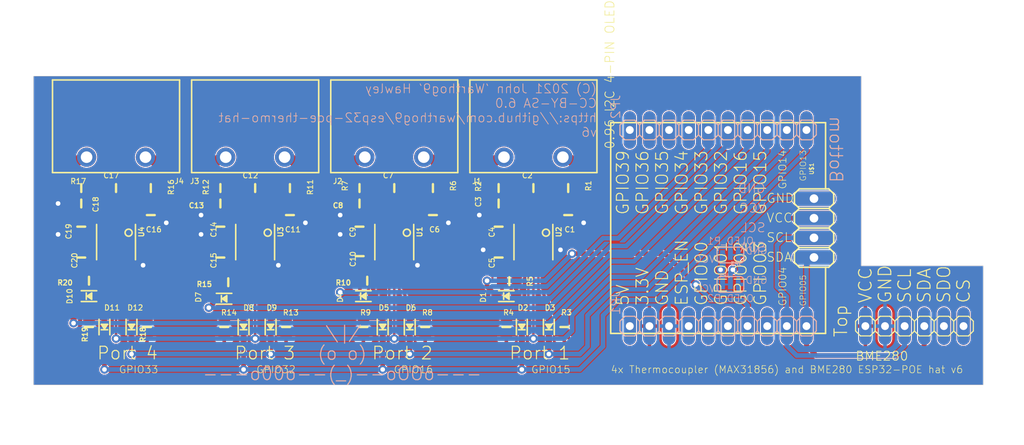
<source format=kicad_pcb>
(kicad_pcb (version 20221018) (generator pcbnew)
  (layers (0 "F.Cu" signal "Front") (31 "B.Cu" signal "Back") (34 "B.Paste" user) (35 "F.Paste" user) (36 "B.SilkS" user "B.Silkscreen") (37 "F.SilkS" user "F.Silkscreen") (38 "B.Mask" user) (39 "F.Mask" user) (44 "Edge.Cuts" user))
  (net 0 "")
  (net 1 "GND")
  (net 2 "CSB")
  (net 3 "SDO")
  (net 4 "GPIO4/SCL")
  (net 5 "GPIO5/SDA")
  (net 6 "GPIO15/MOSI")
  (net 7 "GPIO14/MISO")
  (net 8 "GPIO13/SCK")
  (net 9 "5V")
  (net 10 "ESP_EN")
  (net 11 "GPIO00")
  (net 12 "GPIO01")
  (net 13 "GPIO03")
  (net 14 "GPIO39")
  (net 15 "GPIO36")
  (net 16 "GPIO35")
  (net 17 "GPIO34")
  (net 18 "OLED_P2")
  (net 19 "OLED_P1")
  (net 20 "THERM-4")
  (net 21 "T-4")
  (net 22 "T+4")
  (net 23 "3.3V")
  (net 24 "~{CS_3V}")
  (net 25 "SCK_3V")
  (net 26 "SDO_3V")
  (net 27 "THERM+1")
  (net 28 "~{CS_3V1}")
  (net 29 "SCK_3V1")
  (net 30 "SDO_3V1")
  (net 31 "THERM+2")
  (net 32 "~{CS_3V2}")
  (net 33 "SCK_3V2")
  (net 34 "SDO_3V2")
  (net 35 "THERM+3")
  (net 36 "~{CS_3V3}")
  (net 37 "SCK_3V3")
  (net 38 "SDO_3V3")
  (net 39 "GPIO32/CS3")
  (net 40 "GPIO16/CS4")
  (net 41 "GPIO02/CS1")
  (net 42 "GPIO33/CS2")
  (net 43 "T-1")
  (net 44 "T+1")
  (net 45 "T-2")
  (net 46 "T+2")
  (net 47 "T-3")
  (net 48 "T+3")
  (net 49 "THERM-3")
  (net 50 "THERM-2")
  (net 51 "THERM-1")
  (net 52 "THERM+4")
  (footprint "esp32-poe-thermocouple-hat-prod-onboard:SOD-323" (layer "F.Cu") (at 150.2411 117.5036 90)
    (fp_text reference "D2")
    (fp_text value "1N4148")
  )
  (footprint "esp32-poe-thermocouple-hat-prod-onboard:0805-NO" (layer "F.Cu") (at 93.2411 101.5036 180)
    (fp_text reference "C18")
    (fp_text value "0.01uF")
  )
  (footprint "esp32-poe-thermocouple-hat-prod-onboard:0805-NO" (layer "F.Cu") (at 129.2411 104.5036 -90)
    (fp_text reference "C9")
    (fp_text value "0.1uF")
  )
  (footprint "esp32-poe-thermocouple-hat-prod-onboard:TSSOP14" (layer "F.Cu") (at 115.7411 106.5036 180)
    (fp_text reference "U3")
    (fp_text value "MAX31856")
  )
  (footprint "esp32-poe-thermocouple-hat-prod-onboard:SOD-323" (layer "F.Cu") (at 96.2411 117.5036 90)
    (fp_text reference "D11")
    (fp_text value "1N4148")
  )
  (footprint "esp32-poe-thermocouple-hat-prod-onboard:0805-NO" (layer "F.Cu") (at 148.2411 117.5036 -90)
    (fp_text reference "R4")
    (fp_text value "10K")
  )
  (footprint "esp32-poe-thermocouple-hat-prod-onboard:0805-NO" (layer "F.Cu") (at 111.2411 108.5036 90)
    (fp_text reference "C15")
    (fp_text value "0.1uF")
  )
  (footprint "esp32-poe-thermocouple-hat-prod-onboard:0805-NO" (layer "F.Cu") (at 156.2411 99.5036 180)
    (fp_text reference "R1")
    (fp_text value "100")
  )
  (footprint "esp32-poe-thermocouple-hat-prod-onboard:0805-NO" (layer "F.Cu") (at 111.2411 99.5036)
    (fp_text reference "R12")
    (fp_text value "100")
  )
  (footprint "esp32-poe-thermocouple-hat-prod-onboard:TSSOP14" (layer "F.Cu") (at 97.7411 106.5036 180)
    (fp_text reference "U4")
    (fp_text value "MAX31856")
  )
  (footprint "esp32-poe-thermocouple-hat-prod-onboard:0805-NO" (layer "F.Cu") (at 93.2411 108.5036 90)
    (fp_text reference "C20")
    (fp_text value "0.1uF")
  )
  (footprint "esp32-poe-thermocouple-hat-prod-onboard:SOD-323" (layer "F.Cu") (at 114.2411 117.5036 90)
    (fp_text reference "D8")
    (fp_text value "1N4148")
  )
  (footprint "esp32-poe-thermocouple-hat-prod-onboard:0805-NO" (layer "F.Cu") (at 112.2611 111.7036 180)
    (fp_text reference "R15")
    (fp_text value "10K")
  )
  (footprint "esp32-poe-thermocouple-hat-prod-onboard:0805-NO" (layer "F.Cu") (at 147.2411 104.5036 -90)
    (fp_text reference "C4")
    (fp_text value "0.1uF")
  )
  (footprint "esp32-poe-thermocouple-hat-prod-onboard:OLED-I2C-4PIN-NOHOLES" (layer "F.Cu") (at 175.6411 104.6836 -90)
    (fp_text reference "U$1")
    (fp_text value "OLED-0.96-VCCGND-REVNOHOLES" hide)
  )
  (footprint "esp32-poe-thermocouple-hat-prod-onboard:0805-NO" (layer "F.Cu") (at 147.2411 108.5036 90)
    (fp_text reference "C5")
    (fp_text value "0.1uF")
  )
  (footprint "esp32-poe-thermocouple-hat-prod-onboard:0805-NO" (layer "F.Cu") (at 93.2411 104.5036 -90)
    (fp_text reference "C19")
    (fp_text value "0.1uF")
  )
  (footprint "esp32-poe-thermocouple-hat-prod-onboard:0805-NO" (layer "F.Cu") (at 129.7411 117.5036 -90)
    (fp_text reference "R9")
    (fp_text value "10K")
  )
  (footprint "esp32-poe-thermocouple-hat-prod-onboard:0805_10MGAP" (layer "F.Cu") (at 102.2411 103.0036 90)
    (fp_text reference "C16")
    (fp_text value "0.01uF")
  )
  (footprint "esp32-poe-thermocouple-hat-prod-onboard:0805-NO" (layer "F.Cu") (at 97.7411 99.5036 180)
    (fp_text reference "C17")
    (fp_text value "0.1uF")
  )
  (footprint "esp32-poe-thermocouple-hat-prod-onboard:0805-NO" (layer "F.Cu") (at 120.2411 99.5036 180)
    (fp_text reference "R11")
    (fp_text value "100")
  )
  (footprint "esp32-poe-thermocouple-hat-prod-onboard:TERMBLOCK_1X2-7.62MM-SCREW" (layer "F.Cu") (at 151.7411 95.5036 180)
    (fp_text reference "J1")
    (fp_text value "")
  )
  (footprint "esp32-poe-thermocouple-hat-prod-onboard:SOD-323" (layer "F.Cu") (at 135.7411 117.5036 90)
    (fp_text reference "D6")
    (fp_text value "1N4148" hide)
  )
  (footprint "esp32-poe-thermocouple-hat-prod-onboard:0805-NO" (layer "F.Cu") (at 119.7411 117.5036 -90)
    (fp_text reference "R13")
    (fp_text value "10K")
  )
  (footprint "esp32-poe-thermocouple-hat-prod-onboard:0805-NO" (layer "F.Cu") (at 93.2411 99.5036)
    (fp_text reference "R17")
    (fp_text value "100")
  )
  (footprint "esp32-poe-thermocouple-hat-prod-onboard:0805-NO" (layer "F.Cu") (at 151.7411 99.5036 180)
    (fp_text reference "C2")
    (fp_text value "0.1uF")
  )
  (footprint "esp32-poe-thermocouple-hat-prod-onboard:0805-NO" (layer "F.Cu") (at 129.2411 99.5036)
    (fp_text reference "R7")
    (fp_text value "100")
  )
  (footprint "esp32-poe-thermocouple-hat-prod-onboard:SOD-323" (layer "F.Cu") (at 153.7411 117.5036 90)
    (fp_text reference "D3")
    (fp_text value "1N4148" hide)
  )
  (footprint "esp32-poe-thermocouple-hat-prod-onboard:SOD-323" (layer "F.Cu") (at 129.7411 113.5036)
    (fp_text reference "D4")
    (fp_text value "1N4148")
  )
  (footprint "esp32-poe-thermocouple-hat-prod-onboard:TSSOP14" (layer "F.Cu") (at 133.7411 106.5036 180)
    (fp_text reference "U1")
    (fp_text value "MAX31856")
  )
  (footprint "esp32-poe-thermocouple-hat-prod-onboard:TERMBLOCK_1X2-7.62MM-SCREW" (layer "F.Cu") (at 115.7411 95.5036 180)
    (fp_text reference "J3")
    (fp_text value "")
  )
  (footprint "esp32-poe-thermocouple-hat-prod-onboard:0805-NO" (layer "F.Cu") (at 111.7411 117.5036 -90)
    (fp_text reference "R14")
    (fp_text value "10K")
  )
  (footprint "esp32-poe-thermocouple-hat-prod-onboard:0805_10MGAP" (layer "F.Cu") (at 156.2411 103.0036 90)
    (fp_text reference "C1")
    (fp_text value "0.01uF")
  )
  (footprint "esp32-poe-thermocouple-hat-prod-onboard:SOD-323" (layer "F.Cu") (at 99.7411 117.5036 90)
    (fp_text reference "D12")
    (fp_text value "1N4148" hide)
  )
  (footprint "esp32-poe-thermocouple-hat-prod-onboard:SOD-323" (layer "F.Cu") (at 111.7211 113.8436)
    (fp_text reference "D7")
    (fp_text value "1N4148")
  )
  (footprint "esp32-poe-thermocouple-hat-prod-onboard:0805-NO" (layer "F.Cu") (at 148.6211 111.5636 180)
    (fp_text reference "R5")
    (fp_text value "10K")
  )
  (footprint "esp32-poe-thermocouple-hat-prod-onboard:0805-NO" (layer "F.Cu") (at 94.2411 117.5036 -90)
    (fp_text reference "R19")
    (fp_text value "10K")
  )
  (footprint "esp32-poe-thermocouple-hat-prod-onboard:SOD-323" (layer "F.Cu") (at 132.2411 117.5036 90)
    (fp_text reference "D5")
    (fp_text value "1N4148" hide)
  )
  (footprint "esp32-poe-thermocouple-hat-prod-onboard:0805-NO" (layer "F.Cu") (at 155.7411 117.5036 -90)
    (fp_text reference "R3")
    (fp_text value "10K")
  )
  (footprint "esp32-poe-thermocouple-hat-prod-onboard:1X06" (layer "F.Cu") (at 201.0411 117.3836)
    (fp_text reference "BME280")
    (fp_text value "")
  )
  (footprint "esp32-poe-thermocouple-hat-prod-onboard:0805-NO" (layer "F.Cu") (at 101.7411 117.5036 -90)
    (fp_text reference "R18")
    (fp_text value "10K")
  )
  (footprint "esp32-poe-thermocouple-hat-prod-onboard:0805-NO" (layer "F.Cu") (at 147.2411 101.5036 180)
    (fp_text reference "C3")
    (fp_text value "0.01uF")
  )
  (footprint "esp32-poe-thermocouple-hat-prod-onboard:0805-NO" (layer "F.Cu") (at 102.2411 99.5036 180)
    (fp_text reference "R16")
    (fp_text value "100")
  )
  (footprint "esp32-poe-thermocouple-hat-prod-onboard:0805-NO" (layer "F.Cu") (at 129.2411 101.5036 180)
    (fp_text reference "C8")
    (fp_text value "0.01uF")
  )
  (footprint "esp32-poe-thermocouple-hat-prod-onboard:SOD-323" (layer "F.Cu") (at 148.2411 113.5036)
    (fp_text reference "D1")
    (fp_text value "1N4148")
  )
  (footprint "esp32-poe-thermocouple-hat-prod-onboard:TSSOP14" (layer "F.Cu") (at 151.7411 106.5036 180)
    (fp_text reference "U2")
    (fp_text value "MAX31856")
  )
  (footprint "esp32-poe-thermocouple-hat-prod-onboard:0805-NO" (layer "F.Cu") (at 138.7411 99.5036 180)
    (fp_text reference "R6")
    (fp_text value "100")
  )
  (footprint "esp32-poe-thermocouple-hat-prod-onboard:0805-NO" (layer "F.Cu") (at 129.2611 108.3236 90)
    (fp_text reference "C10")
    (fp_text value "0.1uF")
  )
  (footprint "esp32-poe-thermocouple-hat-prod-onboard:0805_10MGAP" (layer "F.Cu") (at 138.7411 103.0036 90)
    (fp_text reference "C6")
    (fp_text value "0.01uF")
  )
  (footprint "esp32-poe-thermocouple-hat-prod-onboard:SOD-323" (layer "F.Cu") (at 94.2411 113.5036)
    (fp_text reference "D10")
    (fp_text value "1N4148")
  )
  (footprint "esp32-poe-thermocouple-hat-prod-onboard:0805-NO" (layer "F.Cu") (at 147.2411 99.5036)
    (fp_text reference "R2")
    (fp_text value "100")
  )
  (footprint "esp32-poe-thermocouple-hat-prod-onboard:0805-NO" (layer "F.Cu") (at 137.7411 117.5036 -90)
    (fp_text reference "R8")
    (fp_text value "10K")
  )
  (footprint "esp32-poe-thermocouple-hat-prod-onboard:0805-NO" (layer "F.Cu") (at 115.7411 99.5036 180)
    (fp_text reference "C12")
    (fp_text value "0.1uF")
  )
  (footprint "esp32-poe-thermocouple-hat-prod-onboard:TERMBLOCK_1X2-7.62MM-SCREW" (layer "F.Cu") (at 97.7411 95.5036 180)
    (fp_text reference "J4")
    (fp_text value "")
  )
  (footprint "esp32-poe-thermocouple-hat-prod-onboard:0805-NO" (layer "F.Cu") (at 111.2411 104.5036 -90)
    (fp_text reference "C14")
    (fp_text value "0.1uF")
  )
  (footprint "esp32-poe-thermocouple-hat-prod-onboard:0805-NO" (layer "F.Cu") (at 111.2411 101.5036 180)
    (fp_text reference "C13")
    (fp_text value "0.01uF")
  )
  (footprint "esp32-poe-thermocouple-hat-prod-onboard:0805-NO" (layer "F.Cu") (at 130.2411 111.5036 180)
    (fp_text reference "R10")
    (fp_text value "10K")
  )
  (footprint "esp32-poe-thermocouple-hat-prod-onboard:0805-NO" (layer "F.Cu") (at 94.2411 111.5036 180)
    (fp_text reference "R20")
    (fp_text value "10K")
  )
  (footprint "esp32-poe-thermocouple-hat-prod-onboard:SOD-323" (layer "F.Cu") (at 117.7411 117.5036 90)
    (fp_text reference "D9")
    (fp_text value "1N4148" hide)
  )
  (footprint "esp32-poe-thermocouple-hat-prod-onboard:0805_10MGAP" (layer "F.Cu") (at 120.2411 103.0036 90)
    (fp_text reference "C11")
    (fp_text value "0.01uF")
  )
  (footprint "esp32-poe-thermocouple-hat-prod-onboard:TERMBLOCK_1X2-7.62MM-SCREW" (layer "F.Cu") (at 133.7411 95.5036 180)
    (fp_text reference "J2")
    (fp_text value "")
  )
  (footprint "esp32-poe-thermocouple-hat-prod-onboard:0805-NO" (layer "F.Cu") (at 133.7411 99.5036 180)
    (fp_text reference "C7")
    (fp_text value "0.1uF")
  )
  (footprint "esp32-poe-thermocouple-hat-prod-onboard:1X10" (layer "B.Cu") (at 175.6411 117.3836)
    (fp_text reference "JP1")
    (fp_text value "")
  )
  (footprint "esp32-poe-thermocouple-hat-prod-onboard:SMT-JUMPER_3_1-NC_TRACE_SILK" (layer "B.Cu") (at 177.2286 111.9861 180)
    (fp_text reference "JP4")
    (fp_text value "JUMPER-SMT_3_1-NC_TRACE_SILK" hide)
  )
  (footprint "esp32-poe-thermocouple-hat-prod-onboard:SMT-JUMPER_3_1-NC_TRACE_SILK" (layer "B.Cu") (at 177.2286 108.1761)
    (fp_text reference "JP3")
    (fp_text value "JUMPER-SMT_3_1-NC_TRACE_SILK" hide)
  )
  (footprint "esp32-poe-thermocouple-hat-prod-onboard:1X10" (layer "B.Cu") (at 175.6411 91.9836)
    (fp_text reference "JP2")
    (fp_text value "")
  )
  (gr_line (start 209.9311 125.0036) (end 209.9311 109.5736) (stroke (width 0.05)) (layer "Edge.Cuts"))
  (gr_line (start 87.0711 125.0036) (end 209.9311 125.0036) (stroke (width 0.05)) (layer "Edge.Cuts"))
  (gr_line (start 194.1511 109.5736) (end 194.1511 85.0036) (stroke (width 0.05)) (layer "Edge.Cuts"))
  (gr_line (start 194.1511 85.0036) (end 87.0711 85.0036) (stroke (width 0.05)) (layer "Edge.Cuts"))
  (gr_line (start 209.9311 109.5736) (end 194.1511 109.5736) (stroke (width 0.05)) (layer "Edge.Cuts"))
  (gr_line (start 87.0711 85.0036) (end 87.0711 125.0036) (stroke (width 0.05)) (layer "Edge.Cuts"))
  (gr_text "VCC" (at 175.3236 111.9861) (layer "B.SilkS") (effects (font (size 0.93472 0.93472) (thickness 0.08128)) (justify left top mirror)))
  (gr_text "Bottom" (at 191.8336 90.0786 -90) (layer "B.SilkS") (effects (font (size 1.63576 1.63576) (thickness 0.14224)) (justify right top mirror)))
  (gr_text "\\|/\n(o o)\n---oOOo--(_)--o00o---" (at 127 117.348) (layer "B.SilkS") (effects (font (size 1.63576 1.63576) (thickness 0.14224)) (justify top mirror)))
  (gr_text "(C) 2021 John 'Warthog9' Hawley\nCC-BY-SA 6.0\nhttps://github.com/warthog9/esp32-poe-thermo-hat\nv6" (at 160.02 92.964) (layer "B.SilkS") (effects (font (size 1.1684 1.1684) (thickness 0.1016)) (justify left bottom mirror)))
  (gr_text "GND" (at 179.1336 111.9861) (layer "B.SilkS") (effects (font (size 0.93472 0.93472) (thickness 0.08128)) (justify right bottom mirror)))
  (gr_text "OLED_P2" (at 177.2286 113.2561) (layer "B.SilkS") (effects (font (size 0.93472 0.93472) (thickness 0.08128)) (justify top mirror)))
  (gr_text "OLED_P1" (at 177.2286 106.9061) (layer "B.SilkS") (effects (font (size 0.93472 0.93472) (thickness 0.08128)) (justify bottom mirror)))
  (gr_text "VCC" (at 175.3236 108.1761) (layer "B.SilkS") (effects (font (size 0.93472 0.93472) (thickness 0.08128)) (justify left top mirror)))
  (gr_text "GND" (at 179.1336 108.1761) (layer "B.SilkS") (effects (font (size 0.93472 0.93472) (thickness 0.08128)) (justify right bottom mirror)))
  (gr_text "CS" (at 208.3436 114.5261 90) (layer "F.SilkS") (effects (font (size 1.63576 1.63576) (thickness 0.14224)) (justify left bottom)))
  (gr_text "GPIO16" (at 179.4511 94.5236 90) (layer "F.SilkS") (effects (font (size 1.542288 1.542288) (thickness 0.134112)) (justify right bottom)))
  (gr_text "Top" (at 190.5636 114.5261 90) (layer "F.SilkS") (effects (font (size 1.63576 1.63576) (thickness 0.14224)) (justify right top)))
  (gr_text "Port 4" (at 103.2511 119.9236) (layer "F.SilkS") (effects (font (size 1.63576 1.63576) (thickness 0.14224)) (justify right top)))
  (gr_text "VCC" (at 195.6436 114.5261 90) (layer "F.SilkS") (effects (font (size 1.63576 1.63576) (thickness 0.14224)) (justify left bottom)))
  (gr_text "GPIO35" (at 169.2911 94.5236 90) (layer "F.SilkS") (effects (font (size 1.542288 1.542288) (thickness 0.134112)) (justify right bottom)))
  (gr_text "SCL" (at 200.7236 114.5261 90) (layer "F.SilkS") (effects (font (size 1.63576 1.63576) (thickness 0.14224)) (justify left bottom)))
  (gr_text "GPIO03" (at 181.9911 114.8436 90) (layer "F.SilkS") (effects (font (size 1.542288 1.542288) (thickness 0.134112)) (justify left bottom)))
  (gr_text "GPIO32" (at 176.9111 94.5236 90) (layer "F.SilkS") (effects (font (size 1.542288 1.542288) (thickness 0.134112)) (justify right bottom)))
  (gr_text "GPIO33" (at 103.2511 122.4636) (layer "F.SilkS") (effects (font (size 0.93472 0.93472) (thickness 0.08128)) (justify right top)))
  (gr_text "GPIO13" (at 187.0711 94.5236 90) (layer "F.SilkS") (effects (font (size 0.747776 0.747776) (thickness 0.065024)) (justify right bottom)))
  (gr_text "GPIO01" (at 176.9111 114.8436 90) (layer "F.SilkS") (effects (font (size 1.542288 1.542288) (thickness 0.134112)) (justify left bottom)))
  (gr_text "GPIO00" (at 174.3711 114.8436 90) (layer "F.SilkS") (effects (font (size 1.542288 1.542288) (thickness 0.134112)) (justify left bottom)))
  (gr_text "ESP_EN" (at 171.8311 114.8436 90) (layer "F.SilkS") (effects (font (size 1.542288 1.542288) (thickness 0.134112)) (justify left bottom)))
  (gr_text "GPIO05" (at 187.0711 114.8436 90) (layer "F.SilkS") (effects (font (size 0.747776 0.747776) (thickness 0.065024)) (justify left bottom)))
  (gr_text "GPIO16" (at 138.8111 122.4636) (layer "F.SilkS") (effects (font (size 0.93472 0.93472) (thickness 0.08128)) (justify right top)))
  (gr_text "3.3V" (at 166.7511 114.8436 90) (layer "F.SilkS") (effects (font (size 1.542288 1.542288) (thickness 0.134112)) (justify left bottom)))
  (gr_text "GPIO04" (at 184.5311 114.8436 90) (layer "F.SilkS") (effects (font (size 0.93472 0.93472) (thickness 0.08128)) (justify left bottom)))
  (gr_text "GPIO34" (at 171.8311 94.5236 90) (layer "F.SilkS") (effects (font (size 1.542288 1.542288) (thickness 0.134112)) (justify right bottom)))
  (gr_text "GPIO36" (at 166.7511 94.5236 90) (layer "F.SilkS") (effects (font (size 1.542288 1.542288) (thickness 0.134112)) (justify right bottom)))
  (gr_text "GPIO32" (at 121.0311 122.4636) (layer "F.SilkS") (effects (font (size 0.93472 0.93472) (thickness 0.08128)) (justify right top)))
  (gr_text "GPIO15" (at 156.5911 122.4636) (layer "F.SilkS") (effects (font (size 0.93472 0.93472) (thickness 0.08128)) (justify right top)))
  (gr_text "Port 3" (at 121.0311 119.9236) (layer "F.SilkS") (effects (font (size 1.63576 1.63576) (thickness 0.14224)) (justify right top)))
  (gr_text "Port 2" (at 138.8111 119.9236) (layer "F.SilkS") (effects (font (size 1.63576 1.63576) (thickness 0.14224)) (justify right top)))
  (gr_text "GPIO02" (at 179.4511 114.8436 90) (layer "F.SilkS") (effects (font (size 1.542288 1.542288) (thickness 0.134112)) (justify left bottom)))
  (gr_text "GND" (at 169.2911 114.8436 90) (layer "F.SilkS") (effects (font (size 1.542288 1.542288) (thickness 0.134112)) (justify left bottom)))
  (gr_text "SDA" (at 203.2636 114.5261 90) (layer "F.SilkS") (effects (font (size 1.63576 1.63576) (thickness 0.14224)) (justify left bottom)))
  (gr_text "GPIO39" (at 164.2111 94.5236 90) (layer "F.SilkS") (effects (font (size 1.542288 1.542288) (thickness 0.134112)) (justify right bottom)))
  (gr_text "GPIO15" (at 181.9911 94.5236 90) (layer "F.SilkS") (effects (font (size 1.542288 1.542288) (thickness 0.134112)) (justify right bottom)))
  (gr_text "5V" (at 164.2111 114.8436 90) (layer "F.SilkS") (effects (font (size 1.542288 1.542288) (thickness 0.134112)) (justify left bottom)))
  (gr_text "SDO" (at 205.8036 114.5261 90) (layer "F.SilkS") (effects (font (size 1.63576 1.63576) (thickness 0.14224)) (justify left bottom)))
  (gr_text "4x Thermocoupler (MAX31856) and BME280 ESP32-POE hat v6" (at 207.3911 122.4636) (layer "F.SilkS") (effects (font (size 0.93472 0.93472) (thickness 0.08128)) (justify right top)))
  (gr_text "GPIO33" (at 174.3711 94.5236 90) (layer "F.SilkS") (effects (font (size 1.542288 1.542288) (thickness 0.134112)) (justify right bottom)))
  (gr_text "Port 1" (at 156.5911 119.9236) (layer "F.SilkS") (effects (font (size 1.63576 1.63576) (thickness 0.14224)) (justify right top)))
  (gr_text "GPIO14" (at 184.5311 94.5236 90) (layer "F.SilkS") (effects (font (size 0.93472 0.93472) (thickness 0.08128)) (justify right bottom)))
  (gr_text "GND" (at 198.1836 114.5261 90) (layer "F.SilkS") (effects (font (size 1.63576 1.63576) (thickness 0.14224)) (justify left bottom)))
  (segment (start 138.2733 103.5858) (end 138.7411 104.0536) (width 0.3048) (layer "F.Cu") (net 1))
  (segment (start 102.2911 104.0036) (end 102.7411 104.0036) (width 0.3048) (layer "F.Cu") (net 1))
  (segment (start 135.6911 109.4214) (end 136.6589 109.4214) (width 0.4064) (layer "F.Cu") (net 1))
  (segment (start 118.6589 109.4214) (end 118.7411 109.5036) (width 0.3048) (layer "F.Cu") (net 1))
  (segment (start 111.2411 105.4536) (end 108.7911 105.4536) (width 0.8128) (layer "F.Cu") (net 1))
  (segment (start 126.7911 105.4536) (end 126.7411 105.5036) (width 0.3048) (layer "F.Cu") (net 1))
  (segment (start 129.2411 105.4536) (end 126.7911 105.4536) (width 0.3048) (layer "F.Cu") (net 1))
  (segment (start 102.568877 103.665593) (end 102.661307 103.758023) (width 0.3048) (layer "F.Cu") (net 1))
  (segment (start 120.2411 104.0536) (end 122.1911 104.0536) (width 0.8128) (layer "F.Cu") (net 1))
  (segment (start 102.3233 103.5858) (end 102.452407 103.606249) (width 0.3048) (layer "F.Cu") (net 1))
  (segment (start 119.917858 103.608696) (end 120.048266 103.675142) (width 0.3048) (layer "F.Cu") (net 1))
  (segment (start 147.2411 107.5536) (end 147.1911 107.5036) (width 0.6096) (layer "F.Cu") (net 1))
  (segment (start 108.7911 105.4536) (end 108.7411 105.5036) (width 0.3048) (layer "F.Cu") (net 1))
  (segment (start 102.661307 103.758023) (end 102.7411 104.0036) (width 0.3048) (layer "F.Cu") (net 1))
  (segment (start 136.6589 109.4214) (end 136.7411 109.5036) (width 0.3048) (layer "F.Cu") (net 1))
  (segment (start 147.2411 105.4536) (end 147.2411 107.5536) (width 0.6096) (layer "F.Cu") (net 1))
  (segment (start 102.2411 104.0536) (end 102.2911 104.0036) (width 0.3048) (layer "F.Cu") (net 1))
  (segment (start 92.2911 101.5036) (end 90.2411 101.5036) (width 0.8128) (layer "F.Cu") (net 1))
  (segment (start 90.2911 105.4536) (end 90.2411 105.5036) (width 0.6096) (layer "F.Cu") (net 1))
  (segment (start 156.2411 104.0536) (end 158.1911 104.0536) (width 0.8128) (layer "F.Cu") (net 1))
  (segment (start 122.1911 104.0536) (end 122.2411 104.0036) (width 0.3048) (layer "F.Cu") (net 1))
  (segment (start 110.2911 101.5036) (end 110.2411 101.5036) (width 0.3048) (layer "F.Cu") (net 1))
  (segment (start 119.7733 103.5858) (end 119.917858 103.608696) (width 0.3048) (layer "F.Cu") (net 1))
  (segment (start 120.048266 103.675142) (end 120.151758 103.778634) (width 0.3048) (layer "F.Cu") (net 1))
  (segment (start 153.6911 109.0536) (end 155.2411 107.5036) (width 0.4064) (layer "F.Cu") (net 1))
  (segment (start 110.2411 101.5036) (end 108.7411 103.0036) (width 0.8128) (layer "F.Cu") (net 1))
  (segment (start 129.2411 107.3536) (end 129.2611 107.3736) (width 0.3048) (layer "F.Cu") (net 1))
  (segment (start 128.2911 101.5036) (end 128.2411 101.5036) (width 0.3048) (layer "F.Cu") (net 1))
  (segment (start 153.6911 103.5858) (end 155.7733 103.5858) (width 0.3048) (layer "F.Cu") (net 1))
  (segment (start 129.2411 105.4536) (end 129.2411 107.3536) (width 0.3048) (layer "F.Cu") (net 1))
  (segment (start 99.7733 109.5036) (end 101.2411 109.5036) (width 0.4064) (layer "F.Cu") (net 1))
  (segment (start 146.2911 101.5036) (end 144.7911 103.0036) (width 0.8128) (layer "F.Cu") (net 1))
  (segment (start 99.6911 109.4214) (end 99.7733 109.5036) (width 0.3048) (layer "F.Cu") (net 1))
  (segment (start 120.151758 103.778634) (end 120.2411 104.0536) (width 0.3048) (layer "F.Cu") (net 1))
  (segment (start 140.6911 104.0536) (end 140.7411 104.0036) (width 0.3048) (layer "F.Cu") (net 1))
  (segment (start 102.452407 103.606249) (end 102.568877 103.665593) (width 0.3048) (layer "F.Cu") (net 1))
  (segment (start 155.7733 103.5858) (end 156.2411 104.0536) (width 0.3048) (layer "F.Cu") (net 1))
  (segment (start 102.7411 104.0036) (end 104.2411 104.0036) (width 0.8128) (layer "F.Cu") (net 1))
  (segment (start 99.6911 103.5858) (end 102.3233 103.5858) (width 0.3048) (layer "F.Cu") (net 1))
  (segment (start 111.2411 105.4536) (end 111.2411 107.5536) (width 0.3048) (layer "F.Cu") (net 1))
  (segment (start 138.7411 104.0536) (end 140.6911 104.0536) (width 0.8128) (layer "F.Cu") (net 1))
  (segment (start 93.2411 105.4536) (end 90.2911 105.4536) (width 0.8128) (layer "F.Cu") (net 1))
  (segment (start 93.2411 105.4536) (end 93.2411 107.5536) (width 0.3048) (layer "F.Cu") (net 1))
  (segment (start 158.1911 104.0536) (end 158.2411 104.0036) (width 0.3048) (layer "F.Cu") (net 1))
  (segment (start 117.6911 103.5858) (end 119.7733 103.5858) (width 0.3048) (layer "F.Cu") (net 1))
  (segment (start 144.7911 103.0036) (end 144.7411 103.0036) (width 0.6096) (layer "F.Cu") (net 1))
  (segment (start 147.1911 107.5036) (end 145.2411 107.5036) (width 0.6096) (layer "F.Cu") (net 1))
  (segment (start 128.2411 101.5036) (end 126.7411 103.0036) (width 0.8128) (layer "F.Cu") (net 1))
  (segment (start 153.6911 109.4214) (end 153.6911 109.0536) (width 0.3048) (layer "F.Cu") (net 1))
  (segment (start 117.6911 109.4214) (end 118.6589 109.4214) (width 0.4064) (layer "F.Cu") (net 1))
  (segment (start 135.6911 103.5858) (end 138.2733 103.5858) (width 0.3048) (layer "F.Cu") (net 1))
  (via (at 126.7411 103.0036) (size 1.108) (drill 0.6) (layers "F.Cu" "B.Cu") (net 1))
  (via (at 90.2411 105.5036) (size 1.108) (drill 0.6) (layers "F.Cu" "B.Cu") (net 1))
  (via (at 122.2411 104.0036) (size 1.108) (drill 0.6) (layers "F.Cu" "B.Cu") (net 1))
  (via (at 118.7411 109.5036) (size 1.108) (drill 0.6) (layers "F.Cu" "B.Cu") (net 1))
  (via (at 144.7411 103.0036) (size 1.108) (drill 0.6) (layers "F.Cu" "B.Cu") (net 1))
  (via (at 136.7411 109.5036) (size 1.108) (drill 0.6) (layers "F.Cu" "B.Cu") (net 1))
  (via (at 145.2411 107.5036) (size 1.108) (drill 0.6) (layers "F.Cu" "B.Cu") (net 1))
  (via (at 90.2411 101.5036) (size 1.108) (drill 0.6) (layers "F.Cu" "B.Cu") (net 1))
  (via (at 155.2411 107.5036) (size 1.108) (drill 0.6) (layers "F.Cu" "B.Cu") (net 1))
  (via (at 126.7411 105.5036) (size 1.108) (drill 0.6) (layers "F.Cu" "B.Cu") (net 1))
  (via (at 101.2411 109.5036) (size 1.108) (drill 0.6) (layers "F.Cu" "B.Cu") (net 1))
  (via (at 108.7411 103.0036) (size 1.108) (drill 0.6) (layers "F.Cu" "B.Cu") (net 1))
  (via (at 104.2411 104.0036) (size 1.108) (drill 0.6) (layers "F.Cu" "B.Cu") (net 1))
  (via (at 108.7411 105.5036) (size 1.108) (drill 0.6) (layers "F.Cu" "B.Cu") (net 1))
  (via (at 140.7411 104.0036) (size 1.108) (drill 0.6) (layers "F.Cu" "B.Cu") (net 1))
  (via (at 158.2411 104.0036) (size 1.108) (drill 0.6) (layers "F.Cu" "B.Cu") (net 1))
  (segment (start 199.7711 119.9236) (end 199.7711 117.3836) (width 0.6096) (layer "B.Cu") (net 4))
  (segment (start 198.5011 121.1936) (end 199.7711 119.9236) (width 0.6096) (layer "B.Cu") (net 4))
  (segment (start 184.2136 105.9536) (end 188.0411 105.9536) (width 0.61) (layer "B.Cu") (net 4))
  (segment (start 184.5311 117.3836) (end 184.5311 113.5736) (width 0.61) (layer "B.Cu") (net 4))
  (segment (start 184.5311 117.3836) (end 184.5311 119.9236) (width 0.6096) (layer "B.Cu") (net 4))
  (segment (start 184.5311 113.5736) (end 183.2611 112.3036) (width 0.61) (layer "B.Cu") (net 4))
  (segment (start 183.2611 112.3036) (end 183.2611 106.9061) (width 0.61) (layer "B.Cu") (net 4))
  (segment (start 185.8011 121.1936) (end 198.5011 121.1936) (width 0.6096) (layer "B.Cu") (net 4))
  (segment (start 183.2611 106.9061) (end 184.2136 105.9536) (width 0.61) (layer "B.Cu") (net 4))
  (segment (start 184.5311 119.9236) (end 185.8011 121.1936) (width 0.6096) (layer "B.Cu") (net 4))
  (segment (start 201.0411 121.1936) (end 202.3111 119.9236) (width 0.6096) (layer "F.Cu") (net 5))
  (segment (start 202.3111 119.9236) (end 202.3111 117.3836) (width 0.6096) (layer "F.Cu") (net 5))
  (segment (start 187.0711 117.3836) (end 187.0711 119.9236) (width 0.6096) (layer "F.Cu") (net 5))
  (segment (start 187.0711 119.9236) (end 188.3411 121.1936) (width 0.6096) (layer "F.Cu") (net 5))
  (segment (start 188.3411 121.1936) (end 201.0411 121.1936) (width 0.6096) (layer "F.Cu") (net 5))
  (segment (start 187.0711 117.3836) (end 187.0711 109.4636) (width 0.61) (layer "B.Cu") (net 5))
  (segment (start 187.0711 109.4636) (end 188.0411 108.4936) (width 0.61) (layer "B.Cu") (net 5))
  (segment (start 97.7411 109.4214) (end 97.7411 119.0036) (width 0.3048) (layer "F.Cu") (net 6))
  (segment (start 133.7411 109.4214) (end 133.7411 119.0036) (width 0.3048) (layer "F.Cu") (net 6))
  (segment (start 115.7411 109.4214) (end 115.7411 119.0036) (width 0.3048) (layer "F.Cu") (net 6))
  (segment (start 151.7411 109.4214) (end 151.7411 119.0036) (width 0.3048) (layer "F.Cu") (net 6))
  (via (at 151.7411 119.0036) (size 1.108) (drill 0.6) (layers "F.Cu" "B.Cu") (net 6))
  (via (at 97.7411 119.0036) (size 1.108) (drill 0.6) (layers "F.Cu" "B.Cu") (net 6))
  (via (at 115.7411 119.0036) (size 1.108) (drill 0.6) (layers "F.Cu" "B.Cu") (net 6))
  (via (at 133.7411 119.0036) (size 1.108) (drill 0.6) (layers "F.Cu" "B.Cu") (net 6))
  (segment (start 151.7411 119.0036) (end 133.7411 119.0036) (width 0.6096) (layer "B.Cu") (net 6))
  (segment (start 115.7411 119.0036) (end 97.7411 119.0036) (width 0.6096) (layer "B.Cu") (net 6))
  (segment (start 161.7411 111.0036) (end 156.7411 116.0036) (width 0.6096) (layer "B.Cu") (net 6))
  (segment (start 156.7411 116.0036) (end 156.7411 118.0036) (width 0.6096) (layer "B.Cu") (net 6))
  (segment (start 155.7411 119.0036) (end 151.7411 119.0036) (width 0.6096) (layer "B.Cu") (net 6))
  (segment (start 181.9911 94.7536) (end 165.7411 111.0036) (width 0.6096) (layer "B.Cu") (net 6))
  (segment (start 165.7411 111.0036) (end 161.7411 111.0036) (width 0.6096) (layer "B.Cu") (net 6))
  (segment (start 156.7411 118.0036) (end 155.7411 119.0036) (width 0.6096) (layer "B.Cu") (net 6))
  (segment (start 133.7411 119.0036) (end 115.7411 119.0036) (width 0.6096) (layer "B.Cu") (net 6))
  (segment (start 181.9911 91.9836) (end 181.9911 94.7536) (width 0.6096) (layer "B.Cu") (net 6))
  (segment (start 117.7411 118.7736) (end 117.7411 121.0036) (width 0.6096) (layer "F.Cu") (net 7))
  (segment (start 99.7411 118.7736) (end 99.7411 121.0036) (width 0.6096) (layer "F.Cu") (net 7))
  (segment (start 153.7411 118.7736) (end 153.7411 121.0036) (width 0.6096) (layer "F.Cu") (net 7))
  (segment (start 135.7411 118.7736) (end 135.7411 121.0036) (width 0.6096) (layer "F.Cu") (net 7))
  (via (at 135.7411 121.0036) (size 1.108) (drill 0.6) (layers "F.Cu" "B.Cu") (net 7))
  (via (at 99.7411 121.0036) (size 1.108) (drill 0.6) (layers "F.Cu" "B.Cu") (net 7))
  (via (at 117.7411 121.0036) (size 1.108) (drill 0.6) (layers "F.Cu" "B.Cu") (net 7))
  (via (at 153.7411 121.0036) (size 1.108) (drill 0.6) (layers "F.Cu" "B.Cu") (net 7))
  (segment (start 117.7411 121.0036) (end 99.7411 121.0036) (width 0.6096) (layer "B.Cu") (net 7))
  (segment (start 135.7411 121.0036) (end 117.7411 121.0036) (width 0.6096) (layer "B.Cu") (net 7))
  (segment (start 162.1236 112.6211) (end 158.7411 116.0036) (width 0.6096) (layer "B.Cu") (net 7))
  (segment (start 166.4336 112.6211) (end 184.5311 94.5236) (width 0.61) (layer "B.Cu") (net 7))
  (segment (start 158.7411 120.0036) (end 157.7411 121.0036) (width 0.6096) (layer "B.Cu") (net 7))
  (segment (start 158.7411 116.0036) (end 158.7411 120.0036) (width 0.6096) (layer "B.Cu") (net 7))
  (segment (start 166.4336 112.6211) (end 162.1236 112.6211) (width 0.6096) (layer "B.Cu") (net 7))
  (segment (start 157.7411 121.0036) (end 153.7411 121.0036) (width 0.6096) (layer "B.Cu") (net 7))
  (segment (start 153.7411 121.0036) (end 135.7411 121.0036) (width 0.6096) (layer "B.Cu") (net 7))
  (segment (start 184.5311 94.5236) (end 184.5311 91.9836) (width 0.61) (layer "B.Cu") (net 7))
  (segment (start 150.2411 118.7736) (end 150.2411 123.0036) (width 0.6096) (layer "F.Cu") (net 8))
  (segment (start 114.2411 118.7736) (end 114.2411 123.0036) (width 0.6096) (layer "F.Cu") (net 8))
  (segment (start 132.2411 118.7736) (end 132.2411 123.0036) (width 0.6096) (layer "F.Cu") (net 8))
  (segment (start 96.2411 118.7736) (end 96.2411 123.0036) (width 0.6096) (layer "F.Cu") (net 8))
  (via (at 96.2411 123.0036) (size 1.108) (drill 0.6) (layers "F.Cu" "B.Cu") (net 8))
  (via (at 114.2411 123.0036) (size 1.108) (drill 0.6) (layers "F.Cu" "B.Cu") (net 8))
  (via (at 150.2411 123.0036) (size 1.108) (drill 0.6) (layers "F.Cu" "B.Cu") (net 8))
  (via (at 132.2411 123.0036) (size 1.108) (drill 0.6) (layers "F.Cu" "B.Cu") (net 8))
  (segment (start 132.2411 123.0036) (end 114.2411 123.0036) (width 0.6096) (layer "B.Cu") (net 8))
  (segment (start 150.2411 123.0036) (end 132.2411 123.0036) (width 0.6096) (layer "B.Cu") (net 8))
  (segment (start 162.7411 114.0036) (end 160.7411 116.0036) (width 0.6096) (layer "B.Cu") (net 8))
  (segment (start 167.7411 114.0036) (end 162.7411 114.0036) (width 0.6096) (layer "B.Cu") (net 8))
  (segment (start 160.7411 120.0036) (end 157.7411 123.0036) (width 0.6096) (layer "B.Cu") (net 8))
  (segment (start 157.7411 123.0036) (end 150.2411 123.0036) (width 0.6096) (layer "B.Cu") (net 8))
  (segment (start 187.0711 94.5236) (end 187.0711 91.9836) (width 0.61) (layer "B.Cu") (net 8))
  (segment (start 160.7411 116.0036) (end 160.7411 120.0036) (width 0.6096) (layer "B.Cu") (net 8))
  (segment (start 187.0711 94.5236) (end 187.0711 94.6736) (width 0.6096) (layer "B.Cu") (net 8))
  (segment (start 187.0711 94.6736) (end 167.7411 114.0036) (width 0.6096) (layer "B.Cu") (net 8))
  (segment (start 114.2411 123.0036) (end 96.2411 123.0036) (width 0.6096) (layer "B.Cu") (net 8))
  (segment (start 177.8636 110.0811) (end 180.7211 107.2236) (width 0.61) (layer "F.Cu") (net 18))
  (segment (start 180.7211 105.0011) (end 182.3086 103.4136) (width 0.61) (layer "F.Cu") (net 18))
  (segment (start 182.3086 103.4136) (end 188.0411 103.4136) (width 0.61) (layer "F.Cu") (net 18))
  (segment (start 177.5461 110.0811) (end 177.8636 110.0811) (width 0.61) (layer "F.Cu") (net 18))
  (segment (start 180.7211 107.2236) (end 180.7211 105.0011) (width 0.61) (layer "F.Cu") (net 18))
  (via (at 177.5461 110.0811) (size 1.108) (drill 0.6) (layers "F.Cu" "B.Cu") (net 18))
  (segment (start 177.2286 110.3986) (end 177.5461 110.0811) (width 0.61) (layer "B.Cu") (net 18))
  (segment (start 177.2286 111.9861) (end 177.2286 110.3986) (width 0.61) (layer "B.Cu") (net 18))
  (segment (start 177.2286 108.1761) (end 177.2286 106.5886) (width 0.61) (layer "B.Cu") (net 19))
  (segment (start 182.9436 100.8736) (end 188.0411 100.8736) (width 0.61) (layer "B.Cu") (net 19))
  (segment (start 177.2286 106.5886) (end 182.9436 100.8736) (width 0.61) (layer "B.Cu") (net 19))
  (segment (start 103.170909 96.887047) (end 103.110833 96.636812) (width 1.27) (layer "F.Cu") (net 20))
  (segment (start 102.057888 95.583867) (end 101.5511 95.5036) (width 1.27) (layer "F.Cu") (net 20))
  (segment (start 103.1911 99.5036) (end 103.1911 97.1436) (width 1.27) (layer "F.Cu") (net 20))
  (segment (start 101.2411 103.0036) (end 103.2411 103.0036) (width 0.3048) (layer "F.Cu") (net 20))
  (segment (start 102.295644 95.682349) (end 102.057888 95.583867) (width 1.27) (layer "F.Cu") (net 20))
  (segment (start 102.515068 95.816812) (end 102.295644 95.682349) (width 1.27) (layer "F.Cu") (net 20))
  (segment (start 103.7411 102.5036) (end 103.7411 100.0536) (width 0.3048) (layer "F.Cu") (net 20))
  (segment (start 99.0411 103.5858) (end 99.0411 102.7036) (width 0.3048) (layer "F.Cu") (net 20))
  (segment (start 102.877888 96.179632) (end 102.710755 95.983945) (width 1.27) (layer "F.Cu") (net 20))
  (segment (start 99.0411 102.7036) (end 99.2411 102.5036) (width 0.3048) (layer "F.Cu") (net 20))
  (segment (start 103.7411 100.0536) (end 103.1911 99.5036) (width 0.3048) (layer "F.Cu") (net 20))
  (segment (start 103.012351 96.399056) (end 102.877888 96.179632) (width 1.27) (layer "F.Cu") (net 20))
  (segment (start 103.2411 103.0036) (end 103.7411 102.5036) (width 0.3048) (layer "F.Cu") (net 20))
  (segment (start 103.1911 97.1436) (end 103.170909 96.887047) (width 1.27) (layer "F.Cu") (net 20))
  (segment (start 102.710755 95.983945) (end 102.515068 95.816812) (width 1.27) (layer "F.Cu") (net 20))
  (segment (start 100.7411 102.5036) (end 101.2411 103.0036) (width 0.3048) (layer "F.Cu") (net 20))
  (segment (start 99.2411 102.5036) (end 100.7411 102.5036) (width 0.3048) (layer "F.Cu") (net 20))
  (segment (start 103.110833 96.636812) (end 103.012351 96.399056) (width 1.27) (layer "F.Cu") (net 20))
  (segment (start 101.2911 99.5036) (end 101.2911 101.0036) (width 0.8128) (layer "F.Cu") (net 21))
  (segment (start 98.3911 99.8036) (end 98.6911 99.5036) (width 0.3048) (layer "F.Cu") (net 21))
  (segment (start 98.3911 103.5858) (end 98.3911 99.8036) (width 0.3048) (layer "F.Cu") (net 21))
  (segment (start 98.6911 99.5036) (end 101.2911 99.5036) (width 0.8128) (layer "F.Cu") (net 21))
  (segment (start 101.2911 101.0036) (end 102.2411 101.9536) (width 0.8128) (layer "F.Cu") (net 21))
  (segment (start 97.7411 103.5858) (end 97.7411 102.0036) (width 0.3048) (layer "F.Cu") (net 22))
  (segment (start 96.7411 101.0036) (end 96.7411 99.5536) (width 0.3048) (layer "F.Cu") (net 22))
  (segment (start 97.7411 102.0036) (end 96.7411 101.0036) (width 0.3048) (layer "F.Cu") (net 22))
  (segment (start 96.7411 99.5536) (end 96.7911 99.5036) (width 0.3048) (layer "F.Cu") (net 22))
  (segment (start 94.1911 99.5036) (end 96.7911 99.5036) (width 0.8128) (layer "F.Cu") (net 22))
  (segment (start 94.1911 99.5036) (end 94.1911 101.5036) (width 0.8128) (layer "F.Cu") (net 22))
  (segment (start 147.6711 111.5636) (end 147.2411 111.1336) (width 0.3048) (layer "F.Cu") (net 23))
  (segment (start 147.2411 111.1336) (end 147.2411 109.4536) (width 0.3048) (layer "F.Cu") (net 23))
  (via (at 175.9586 110.0811) (size 1.108) (drill 0.6) (layers "F.Cu" "B.Cu") (net 23))
  (segment (start 176.2126 108.1761) (end 176.2126 109.8271) (width 0.8128) (layer "B.Cu") (net 23))
  (segment (start 176.2126 111.9861) (end 176.2126 110.3351) (width 0.61) (layer "B.Cu") (net 23))
  (segment (start 176.2126 110.3351) (end 175.9586 110.0811) (width 0.61) (layer "B.Cu") (net 23))
  (segment (start 176.2126 109.8271) (end 175.9586 110.0811) (width 0.8128) (layer "B.Cu") (net 23))
  (segment (start 150.4411 110.6936) (end 149.5711 111.5636) (width 0.3048) (layer "F.Cu") (net 24))
  (segment (start 149.5111 113.5036) (end 149.5111 111.6236) (width 0.6096) (layer "F.Cu") (net 24))
  (segment (start 149.5111 111.6236) (end 149.5711 111.5636) (width 0.3048) (layer "F.Cu") (net 24))
  (segment (start 150.4411 109.4214) (end 150.4411 110.6936) (width 0.3048) (layer "F.Cu") (net 24))
  (segment (start 151.0911 109.4214) (end 151.0911 115.3836) (width 0.3048) (layer "F.Cu") (net 25))
  (segment (start 148.5611 116.2336) (end 148.2411 116.5536) (width 0.3048) (layer "F.Cu") (net 25))
  (segment (start 151.0911 115.3836) (end 150.2411 116.2336) (width 0.3048) (layer "F.Cu") (net 25))
  (segment (start 150.2411 116.2336) (end 148.5611 116.2336) (width 0.8128) (layer "F.Cu") (net 25))
  (segment (start 154.0611 116.5536) (end 153.7411 116.2336) (width 0.3048) (layer "F.Cu") (net 26))
  (segment (start 152.3911 112.6536) (end 153.7411 114.0036) (width 0.3048) (layer "F.Cu") (net 26))
  (segment (start 152.3911 109.4214) (end 152.3911 112.6536) (width 0.3048) (layer "F.Cu") (net 26))
  (segment (start 155.7411 116.5536) (end 154.0611 116.5536) (width 0.8128) (layer "F.Cu") (net 26))
  (segment (start 153.7411 114.0036) (end 153.7411 116.2336) (width 0.3048) (layer "F.Cu") (net 26))
  (segment (start 146.371367 96.636812) (end 146.469849 96.399056) (width 1.27) (layer "F.Cu") (net 27))
  (segment (start 146.469849 96.399056) (end 146.604312 96.179632) (width 1.27) (layer "F.Cu") (net 27))
  (segment (start 146.967132 95.816812) (end 147.186556 95.682349) (width 1.27) (layer "F.Cu") (net 27))
  (segment (start 146.604312 96.179632) (end 146.771445 95.983945) (width 1.27) (layer "F.Cu") (net 27))
  (segment (start 146.311291 96.887047) (end 146.371367 96.636812) (width 1.27) (layer "F.Cu") (net 27))
  (segment (start 146.2911 97.1436) (end 146.311291 96.887047) (width 1.27) (layer "F.Cu") (net 27))
  (segment (start 147.424312 95.583867) (end 147.9311 95.5036) (width 1.27) (layer "F.Cu") (net 27))
  (segment (start 146.2911 99.5036) (end 146.2911 97.1436) (width 1.27) (layer "F.Cu") (net 27))
  (segment (start 146.771445 95.983945) (end 146.967132 95.816812) (width 1.27) (layer "F.Cu") (net 27))
  (segment (start 147.186556 95.682349) (end 147.424312 95.583867) (width 1.27) (layer "F.Cu") (net 27))
  (segment (start 132.4411 109.4214) (end 132.4411 110.2536) (width 0.3048) (layer "F.Cu") (net 28))
  (segment (start 132.4411 110.2536) (end 131.1911 111.5036) (width 0.3048) (layer "F.Cu") (net 28))
  (segment (start 131.0111 111.6836) (end 131.1911 111.5036) (width 0.3048) (layer "F.Cu") (net 28))
  (segment (start 131.0111 113.5036) (end 131.0111 111.6836) (width 0.6096) (layer "F.Cu") (net 28))
  (segment (start 133.0911 109.4214) (end 133.0911 115.3836) (width 0.3048) (layer "F.Cu") (net 29))
  (segment (start 130.0611 116.2336) (end 129.7411 116.5536) (width 0.3048) (layer "F.Cu") (net 29))
  (segment (start 132.2411 116.2336) (end 130.0611 116.2336) (width 0.8128) (layer "F.Cu") (net 29))
  (segment (start 133.0911 115.3836) (end 132.2411 116.2336) (width 0.3048) (layer "F.Cu") (net 29))
  (segment (start 137.4211 116.2336) (end 137.7411 116.5536) (width 0.3048) (layer "F.Cu") (net 30))
  (segment (start 135.7411 114.0036) (end 135.7411 116.2336) (width 0.3048) (layer "F.Cu") (net 30))
  (segment (start 134.3911 109.4214) (end 134.3911 112.6536) (width 0.3048) (layer "F.Cu") (net 30))
  (segment (start 134.3911 112.6536) (end 135.7411 114.0036) (width 0.3048) (layer "F.Cu") (net 30))
  (segment (start 135.7411 116.2336) (end 137.4211 116.2336) (width 0.8128) (layer "F.Cu") (net 30))
  (segment (start 129.186556 95.682349) (end 129.424312 95.583867) (width 1.27) (layer "F.Cu") (net 31))
  (segment (start 129.424312 95.583867) (end 129.9311 95.5036) (width 1.27) (layer "F.Cu") (net 31))
  (segment (start 128.371367 96.636812) (end 128.469849 96.399056) (width 1.27) (layer "F.Cu") (net 31))
  (segment (start 128.604312 96.179632) (end 128.771445 95.983945) (width 1.27) (layer "F.Cu") (net 31))
  (segment (start 128.469849 96.399056) (end 128.604312 96.179632) (width 1.27) (layer "F.Cu") (net 31))
  (segment (start 128.2911 97.1436) (end 128.311291 96.887047) (width 1.27) (layer "F.Cu") (net 31))
  (segment (start 128.2911 99.5036) (end 128.2911 97.1436) (width 1.27) (layer "F.Cu") (net 31))
  (segment (start 128.967132 95.816812) (end 129.186556 95.682349) (width 1.27) (layer "F.Cu") (net 31))
  (segment (start 128.311291 96.887047) (end 128.371367 96.636812) (width 1.27) (layer "F.Cu") (net 31))
  (segment (start 128.771445 95.983945) (end 128.967132 95.816812) (width 1.27) (layer "F.Cu") (net 31))
  (segment (start 113.2111 111.7036) (end 112.9911 111.9236) (width 0.3048) (layer "F.Cu") (net 32))
  (segment (start 114.4411 110.4736) (end 113.2111 111.7036) (width 0.3048) (layer "F.Cu") (net 32))
  (segment (start 112.9911 111.9236) (end 112.9911 113.8436) (width 0.6096) (layer "F.Cu") (net 32))
  (segment (start 114.4411 109.4214) (end 114.4411 110.4736) (width 0.3048) (layer "F.Cu") (net 32))
  (segment (start 114.2411 116.2336) (end 112.0611 116.2336) (width 0.8128) (layer "F.Cu") (net 33))
  (segment (start 115.0911 115.3836) (end 114.2411 116.2336) (width 0.3048) (layer "F.Cu") (net 33))
  (segment (start 115.0911 109.4214) (end 115.0911 115.3836) (width 0.3048) (layer "F.Cu") (net 33))
  (segment (start 112.0611 116.2336) (end 111.7411 116.5536) (width 0.3048) (layer "F.Cu") (net 33))
  (segment (start 119.4211 116.2336) (end 119.7411 116.5536) (width 0.3048) (layer "F.Cu") (net 34))
  (segment (start 117.7411 116.2336) (end 119.4211 116.2336) (width 0.8128) (layer "F.Cu") (net 34))
  (segment (start 117.7411 114.0036) (end 117.7411 116.2336) (width 0.3048) (layer "F.Cu") (net 34))
  (segment (start 116.3911 112.6536) (end 117.7411 114.0036) (width 0.3048) (layer "F.Cu") (net 34))
  (segment (start 116.3911 109.4214) (end 116.3911 112.6536) (width 0.3048) (layer "F.Cu") (net 34))
  (segment (start 110.967132 95.816812) (end 111.186556 95.682349) (width 1.27) (layer "F.Cu") (net 35))
  (segment (start 110.771445 95.983945) (end 110.967132 95.816812) (width 1.27) (layer "F.Cu") (net 35))
  (segment (start 110.2911 99.5036) (end 110.2911 97.1436) (width 1.27) (layer "F.Cu") (net 35))
  (segment (start 110.311291 96.887047) (end 110.371367 96.636812) (width 1.27) (layer "F.Cu") (net 35))
  (segment (start 110.371367 96.636812) (end 110.469849 96.399056) (width 1.27) (layer "F.Cu") (net 35))
  (segment (start 110.2911 97.1436) (end 110.311291 96.887047) (width 1.27) (layer "F.Cu") (net 35))
  (segment (start 110.604312 96.179632) (end 110.771445 95.983945) (width 1.27) (layer "F.Cu") (net 35))
  (segment (start 111.424312 95.583867) (end 111.9311 95.5036) (width 1.27) (layer "F.Cu") (net 35))
  (segment (start 110.469849 96.399056) (end 110.604312 96.179632) (width 1.27) (layer "F.Cu") (net 35))
  (segment (start 111.186556 95.682349) (end 111.424312 95.583867) (width 1.27) (layer "F.Cu") (net 35))
  (segment (start 96.4411 110.2536) (end 95.1911 111.5036) (width 0.3048) (layer "F.Cu") (net 36))
  (segment (start 96.4411 109.4214) (end 96.4411 110.2536) (width 0.3048) (layer "F.Cu") (net 36))
  (segment (start 95.5111 113.5036) (end 95.1911 113.6836) (width 0.3048) (layer "F.Cu") (net 36))
  (segment (start 95.1911 113.6836) (end 95.1911 111.5036) (width 0.6096) (layer "F.Cu") (net 36))
  (segment (start 97.0911 115.3836) (end 96.2411 116.2336) (width 0.3048) (layer "F.Cu") (net 37))
  (segment (start 94.5611 116.2336) (end 96.2411 116.2336) (width 0.8128) (layer "F.Cu") (net 37))
  (segment (start 97.0911 109.4214) (end 97.0911 115.3836) (width 0.3048) (layer "F.Cu") (net 37))
  (segment (start 94.2411 116.5536) (end 94.5611 116.2336) (width 0.3048) (layer "F.Cu") (net 37))
  (segment (start 99.7411 116.2336) (end 100.0611 116.5536) (width 0.3048) (layer "F.Cu") (net 38))
  (segment (start 98.3911 112.6536) (end 99.7411 114.0036) (width 0.3048) (layer "F.Cu") (net 38))
  (segment (start 100.0611 116.5536) (end 101.7411 116.5536) (width 0.8128) (layer "F.Cu") (net 38))
  (segment (start 98.3911 109.4214) (end 98.3911 112.6536) (width 0.3048) (layer "F.Cu") (net 38))
  (segment (start 99.7411 114.0036) (end 99.7411 116.2336) (width 0.3048) (layer "F.Cu") (net 38))
  (segment (start 110.4511 114.2936) (end 109.7411 115.0036) (width 0.6096) (layer "F.Cu") (net 39))
  (segment (start 110.4511 113.8436) (end 110.4511 114.2936) (width 0.3048) (layer "F.Cu") (net 39))
  (via (at 109.7411 115.0036) (size 1.108) (drill 0.6) (layers "F.Cu" "B.Cu") (net 39))
  (segment (start 153.7411 115.0036) (end 109.7411 115.0036) (width 0.6096) (layer "B.Cu") (net 39))
  (segment (start 163.7411 107.0036) (end 161.7411 107.0036) (width 0.6096) (layer "B.Cu") (net 39))
  (segment (start 176.9111 93.8336) (end 163.7411 107.0036) (width 0.6096) (layer "B.Cu") (net 39))
  (segment (start 161.7411 107.0036) (end 153.7411 115.0036) (width 0.6096) (layer "B.Cu") (net 39))
  (segment (start 176.9111 91.9836) (end 176.9111 93.8336) (width 0.6096) (layer "B.Cu") (net 39))
  (segment (start 92.2411 114.2336) (end 92.9711 113.5036) (width 0.8128) (layer "F.Cu") (net 40))
  (segment (start 92.2411 117.0036) (end 92.2411 114.2336) (width 0.8128) (layer "F.Cu") (net 40))
  (via (at 92.2411 117.0036) (size 1.108) (drill 0.6) (layers "F.Cu" "B.Cu") (net 40))
  (segment (start 179.4511 91.9836) (end 179.4511 94.2936) (width 0.6096) (layer "B.Cu") (net 40))
  (segment (start 164.7411 109.0036) (end 161.7411 109.0036) (width 0.6096) (layer "B.Cu") (net 40))
  (segment (start 179.4511 94.2936) (end 164.7411 109.0036) (width 0.6096) (layer "B.Cu") (net 40))
  (segment (start 153.7411 117.0036) (end 92.2411 117.0036) (width 0.6096) (layer "B.Cu") (net 40))
  (segment (start 161.7411 109.0036) (end 153.7411 117.0036) (width 0.6096) (layer "B.Cu") (net 40))
  (segment (start 168.7411 108.0036) (end 156.7411 108.0036) (width 0.6096) (layer "F.Cu") (net 41))
  (segment (start 172.7411 112.0036) (end 168.7411 108.0036) (width 0.6096) (layer "F.Cu") (net 41))
  (segment (start 145.7411 112.2736) (end 145.7411 111.5036) (width 0.6096) (layer "F.Cu") (net 41))
  (segment (start 146.9711 113.5036) (end 145.7411 112.2736) (width 0.6096) (layer "F.Cu") (net 41))
  (via (at 156.7411 108.0036) (size 1.108) (drill 0.6) (layers "F.Cu" "B.Cu") (net 41))
  (via (at 172.7411 112.0036) (size 1.108) (drill 0.6) (layers "F.Cu" "B.Cu") (net 41))
  (via (at 145.7411 111.5036) (size 1.108) (drill 0.6) (layers "F.Cu" "B.Cu") (net 41))
  (segment (start 153.2411 111.5036) (end 145.7411 111.5036) (width 0.6096) (layer "B.Cu") (net 41))
  (segment (start 179.4511 117.3836) (end 179.4511 114.7136) (width 0.6096) (layer "B.Cu") (net 41))
  (segment (start 179.4511 114.7136) (end 178.7411 114.0036) (width 0.6096) (layer "B.Cu") (net 41))
  (segment (start 174.7411 114.0036) (end 172.7411 112.0036) (width 0.6096) (layer "B.Cu") (net 41))
  (segment (start 178.7411 114.0036) (end 174.7411 114.0036) (width 0.6096) (layer "B.Cu") (net 41))
  (segment (start 156.7411 108.0036) (end 153.2411 111.5036) (width 0.6096) (layer "B.Cu") (net 41))
  (segment (start 128.4711 113.5036) (end 127.2411 113.5036) (width 0.6096) (layer "F.Cu") (net 42))
  (segment (start 127.2411 113.5036) (end 126.7411 113.0036) (width 0.6096) (layer "F.Cu") (net 42))
  (via (at 126.7411 113.0036) (size 1.108) (drill 0.6) (layers "F.Cu" "B.Cu") (net 42))
  (segment (start 160.7411 106.0036) (end 153.7411 113.0036) (width 0.6096) (layer "B.Cu") (net 42))
  (segment (start 174.3711 91.9836) (end 174.3711 94.3736) (width 0.6096) (layer "B.Cu") (net 42))
  (segment (start 153.7411 113.0036) (end 126.7411 113.0036) (width 0.6096) (layer "B.Cu") (net 42))
  (segment (start 174.3711 94.3736) (end 162.7411 106.0036) (width 0.6096) (layer "B.Cu") (net 42))
  (segment (start 162.7411 106.0036) (end 160.7411 106.0036) (width 0.6096) (layer "B.Cu") (net 42))
  (segment (start 155.2911 99.5036) (end 152.6911 99.5036) (width 0.8128) (layer "F.Cu") (net 43))
  (segment (start 152.3911 99.7036) (end 152.6911 99.5036) (width 0.3048) (layer "F.Cu") (net 43))
  (segment (start 152.3911 103.5858) (end 152.3911 99.7036) (width 0.3048) (layer "F.Cu") (net 43))
  (segment (start 155.2911 101.0036) (end 155.2911 99.5036) (width 0.8128) (layer "F.Cu") (net 43))
  (segment (start 156.2411 101.9536) (end 155.2911 101.0036) (width 0.8128) (layer "F.Cu") (net 43))
  (segment (start 151.7411 103.5858) (end 151.7411 102.0036) (width 0.3048) (layer "F.Cu") (net 44))
  (segment (start 148.1911 101.5036) (end 148.1911 99.5036) (width 0.8128) (layer "F.Cu") (net 44))
  (segment (start 150.7911 99.5036) (end 148.1911 99.5036) (width 0.8128) (layer "F.Cu") (net 44))
  (segment (start 151.7411 102.0036) (end 150.7911 101.0536) (width 0.3048) (layer "F.Cu") (net 44))
  (segment (start 150.7911 101.0536) (end 150.7911 99.5036) (width 0.3048) (layer "F.Cu") (net 44))
  (segment (start 134.6911 99.5036) (end 137.7911 99.5036) (width 0.8128) (layer "F.Cu") (net 45))
  (segment (start 137.7911 99.5036) (end 137.7911 101.0036) (width 0.8128) (layer "F.Cu") (net 45))
  (segment (start 134.3911 103.5858) (end 134.3911 99.8036) (width 0.3048) (layer "F.Cu") (net 45))
  (segment (start 134.3911 99.8036) (end 134.6911 99.5036) (width 0.3048) (layer "F.Cu") (net 45))
  (segment (start 137.7911 101.0036) (end 138.7411 101.9536) (width 0.8128) (layer "F.Cu") (net 45))
  (segment (start 130.2411 99.5536) (end 130.1911 99.5036) (width 0.3048) (layer "F.Cu") (net 46))
  (segment (start 132.7411 101.0036) (end 132.7411 99.5536) (width 0.3048) (layer "F.Cu") (net 46))
  (segment (start 133.7411 103.5858) (end 133.7411 102.0036) (width 0.3048) (layer "F.Cu") (net 46))
  (segment (start 130.1911 99.5036) (end 130.1911 101.5036) (width 0.8128) (layer "F.Cu") (net 46))
  (segment (start 133.7411 102.0036) (end 132.7411 101.0036) (width 0.3048) (layer "F.Cu") (net 46))
  (segment (start 132.7411 99.5536) (end 130.2411 99.5536) (width 0.8128) (layer "F.Cu") (net 46))
  (segment (start 132.7411 99.5536) (end 132.7911 99.5036) (width 0.3048) (layer "F.Cu") (net 46))
  (segment (start 116.6911 99.5036) (end 119.2911 99.5036) (width 0.8128) (layer "F.Cu") (net 47))
  (segment (start 119.2911 99.5036) (end 119.2911 101.0036) (width 0.8128) (layer "F.Cu") (net 47))
  (segment (start 116.3911 99.8036) (end 116.6911 99.5036) (width 0.3048) (layer "F.Cu") (net 47))
  (segment (start 116.3911 103.5858) (end 116.3911 99.8036) (width 0.3048) (layer "F.Cu") (net 47))
  (segment (start 119.2911 101.0036) (end 120.2411 101.9536) (width 0.8128) (layer "F.Cu") (net 47))
  (segment (start 115.7411 102.0036) (end 114.7411 101.0036) (width 0.3048) (layer "F.Cu") (net 48))
  (segment (start 114.7411 99.5536) (end 112.2411 99.5536) (width 0.8128) (layer "F.Cu") (net 48))
  (segment (start 114.7411 99.5536) (end 114.7911 99.5036) (width 0.3048) (layer "F.Cu") (net 48))
  (segment (start 112.2411 99.5536) (end 112.1911 99.5036) (width 0.3048) (layer "F.Cu") (net 48))
  (segment (start 115.7411 103.5858) (end 115.7411 102.0036) (width 0.3048) (layer "F.Cu") (net 48))
  (segment (start 112.1911 99.5036) (end 112.1911 101.5036) (width 0.8128) (layer "F.Cu") (net 48))
  (segment (start 114.7411 101.0036) (end 114.7411 99.5536) (width 0.3048) (layer "F.Cu") (net 48))
  (segment (start 121.1911 99.5036) (end 121.1911 97.1436) (width 1.27) (layer "F.Cu") (net 49))
  (segment (start 120.057888 95.583867) (end 119.5511 95.5036) (width 1.27) (layer "F.Cu") (net 49))
  (segment (start 117.0411 102.7036) (end 117.2411 102.5036) (width 0.3048) (layer "F.Cu") (net 49))
  (segment (start 120.295644 95.682349) (end 120.057888 95.583867) (width 1.27) (layer "F.Cu") (net 49))
  (segment (start 121.110833 96.636812) (end 121.012351 96.399056) (width 1.27) (layer "F.Cu") (net 49))
  (segment (start 120.515068 95.816812) (end 120.295644 95.682349) (width 1.27) (layer "F.Cu") (net 49))
  (segment (start 120.710755 95.983945) (end 120.515068 95.816812) (width 1.27) (layer "F.Cu") (net 49))
  (segment (start 119.2411 103.0036) (end 121.2411 103.0036) (width 0.3048) (layer "F.Cu") (net 49))
  (segment (start 121.7411 102.5036) (end 121.7411 100.0536) (width 0.3048) (layer "F.Cu") (net 49))
  (segment (start 118.7411 102.5036) (end 119.2411 103.0036) (width 0.3048) (layer "F.Cu") (net 49))
  (segment (start 121.2411 103.0036) (end 121.7411 102.5036) (width 0.3048) (layer "F.Cu") (net 49))
  (segment (start 121.7411 100.0536) (end 121.1911 99.5036) (width 0.3048) (layer "F.Cu") (net 49))
  (segment (start 121.170909 96.887047) (end 121.110833 96.636812) (width 1.27) (layer "F.Cu") (net 49))
  (segment (start 121.012351 96.399056) (end 120.877888 96.179632) (width 1.27) (layer "F.Cu") (net 49))
  (segment (start 120.877888 96.179632) (end 120.710755 95.983945) (width 1.27) (layer "F.Cu") (net 49))
  (segment (start 121.1911 97.1436) (end 121.170909 96.887047) (width 1.27) (layer "F.Cu") (net 49))
  (segment (start 117.0411 103.5858) (end 117.0411 102.7036) (width 0.3048) (layer "F.Cu") (net 49))
  (segment (start 117.2411 102.5036) (end 118.7411 102.5036) (width 0.3048) (layer "F.Cu") (net 49))
  (segment (start 138.708071 95.843317) (end 138.440088 95.696988) (width 1.27) (layer "F.Cu") (net 50))
  (segment (start 139.6911 99.5036) (end 139.6911 97.6436) (width 1.27) (layer "F.Cu") (net 50))
  (segment (start 140.2411 102.5036) (end 140.2411 100.0536) (width 0.3048) (layer "F.Cu") (net 50))
  (segment (start 139.604415 97.040692) (end 139.497712 96.754612) (width 1.27) (layer "F.Cu") (net 50))
  (segment (start 137.855654 95.525382) (end 137.5511 95.5036) (width 1.27) (layer "F.Cu") (net 50))
  (segment (start 137.7411 103.0036) (end 139.7411 103.0036) (width 0.3048) (layer "F.Cu") (net 50))
  (segment (start 139.497712 96.754612) (end 139.351383 96.486629) (width 1.27) (layer "F.Cu") (net 50))
  (segment (start 138.154008 95.590285) (end 137.855654 95.525382) (width 1.27) (layer "F.Cu") (net 50))
  (segment (start 139.351383 96.486629) (end 139.168404 96.242198) (width 1.27) (layer "F.Cu") (net 50))
  (segment (start 139.168404 96.242198) (end 138.952502 96.026296) (width 1.27) (layer "F.Cu") (net 50))
  (segment (start 138.952502 96.026296) (end 138.708071 95.843317) (width 1.27) (layer "F.Cu") (net 50))
  (segment (start 135.0411 102.7036) (end 135.2411 102.5036) (width 0.3048) (layer "F.Cu") (net 50))
  (segment (start 140.2411 100.0536) (end 139.6911 99.5036) (width 0.3048) (layer "F.Cu") (net 50))
  (segment (start 139.669318 97.339046) (end 139.604415 97.040692) (width 1.27) (layer "F.Cu") (net 50))
  (segment (start 137.2411 102.5036) (end 137.7411 103.0036) (width 0.3048) (layer "F.Cu") (net 50))
  (segment (start 138.440088 95.696988) (end 138.154008 95.590285) (width 1.27) (layer "F.Cu") (net 50))
  (segment (start 135.0411 103.5858) (end 135.0411 102.7036) (width 0.3048) (layer "F.Cu") (net 50))
  (segment (start 135.2411 102.5036) (end 137.2411 102.5036) (width 0.3048) (layer "F.Cu") (net 50))
  (segment (start 139.7411 103.0036) (end 140.2411 102.5036) (width 0.3048) (layer "F.Cu") (net 50))
  (segment (start 139.6911 97.6436) (end 139.669318 97.339046) (width 1.27) (layer "F.Cu") (net 50))
  (segment (start 155.2411 103.0036) (end 157.2411 103.0036) (width 0.3048) (layer "F.Cu") (net 51))
  (segment (start 156.710755 95.983945) (end 156.515068 95.816812) (width 1.27) (layer "F.Cu") (net 51))
  (segment (start 156.877888 96.179632) (end 156.710755 95.983945) (width 1.27) (layer "F.Cu") (net 51))
  (segment (start 157.170909 96.887047) (end 157.110833 96.636812) (width 1.27) (layer "F.Cu") (net 51))
  (segment (start 153.0411 103.5858) (end 153.0411 102.7036) (width 0.3048) (layer "F.Cu") (net 51))
  (segment (start 157.2411 103.0036) (end 157.7411 102.5036) (width 0.3048) (layer "F.Cu") (net 51))
  (segment (start 157.012351 96.399056) (end 156.877888 96.179632) (width 1.27) (layer "F.Cu") (net 51))
  (segment (start 157.7411 100.0536) (end 157.1911 99.5036) (width 0.3048) (layer "F.Cu") (net 51))
  (segment (start 157.1911 97.1436) (end 157.170909 96.887047) (width 1.27) (layer "F.Cu") (net 51))
  (segment (start 157.110833 96.636812) (end 157.012351 96.399056) (width 1.27) (layer "F.Cu") (net 51))
  (segment (start 153.2411 102.5036) (end 154.7411 102.5036) (width 0.3048) (layer "F.Cu") (net 51))
  (segment (start 154.7411 102.5036) (end 155.2411 103.0036) (width 0.3048) (layer "F.Cu") (net 51))
  (segment (start 156.515068 95.816812) (end 156.295644 95.682349) (width 1.27) (layer "F.Cu") (net 51))
  (segment (start 157.1911 99.5036) (end 157.1911 97.1436) (width 1.27) (layer "F.Cu") (net 51))
  (segment (start 156.295644 95.682349) (end 156.057888 95.583867) (width 1.27) (layer "F.Cu") (net 51))
  (segment (start 157.7411 102.5036) (end 157.7411 100.0536) (width 0.3048) (layer "F.Cu") (net 51))
  (segment (start 156.057888 95.583867) (end 155.5511 95.5036) (width 1.27) (layer "F.Cu") (net 51))
  (segment (start 153.0411 102.7036) (end 153.2411 102.5036) (width 0.3048) (layer "F.Cu") (net 51))
  (segment (start 92.604312 96.179632) (end 92.771445 95.983945) (width 1.27) (layer "F.Cu") (net 52))
  (segment (start 92.371367 96.636812) (end 92.469849 96.399056) (width 1.27) (layer "F.Cu") (net 52))
  (segment (start 92.771445 95.983945) (end 92.967132 95.816812) (width 1.27) (layer "F.Cu") (net 52))
  (segment (start 92.2911 97.1436) (end 92.311291 96.887047) (width 1.27) (layer "F.Cu") (net 52))
  (segment (start 92.311291 96.887047) (end 92.371367 96.636812) (width 1.27) (layer "F.Cu") (net 52))
  (segment (start 92.469849 96.399056) (end 92.604312 96.179632) (width 1.27) (layer "F.Cu") (net 52))
  (segment (start 92.967132 95.816812) (end 93.186556 95.682349) (width 1.27) (layer "F.Cu") (net 52))
  (segment (start 92.2911 99.5036) (end 92.2911 97.1436) (width 1.27) (layer "F.Cu") (net 52))
  (segment (start 93.424312 95.583867) (end 93.9311 95.5036) (width 1.27) (layer "F.Cu") (net 52))
  (segment (start 93.186556 95.682349) (end 93.424312 95.583867) (width 1.27) (layer "F.Cu") (net 52))
  (zone (net 23) (net_name "3.3V") (layer "F.Cu") (priority 6) (connect_pads (clearance 0.000001)) (min_thickness 0.2032) (fill yes (thermal_gap 0.4564) (thermal_bridge_width 0.4564))
    (polygon (pts (xy 212.6743 130.2868) (xy 85.2679 130.2868) (xy 85.2679 80.3504) (xy 212.6743 80.3504)))
  )
  (zone (net 1) (net_name "GND") (layer "B.Cu") (priority 6) (connect_pads (clearance 0.000001)) (min_thickness 0.2032) (fill yes (thermal_gap 0.4564) (thermal_bridge_width 0.4564))
    (polygon (pts (xy 215.2143 132.8268) (xy 82.7279 132.8268) (xy 82.7279 77.8104) (xy 215.2143 77.8104)))
  )
)
</source>
